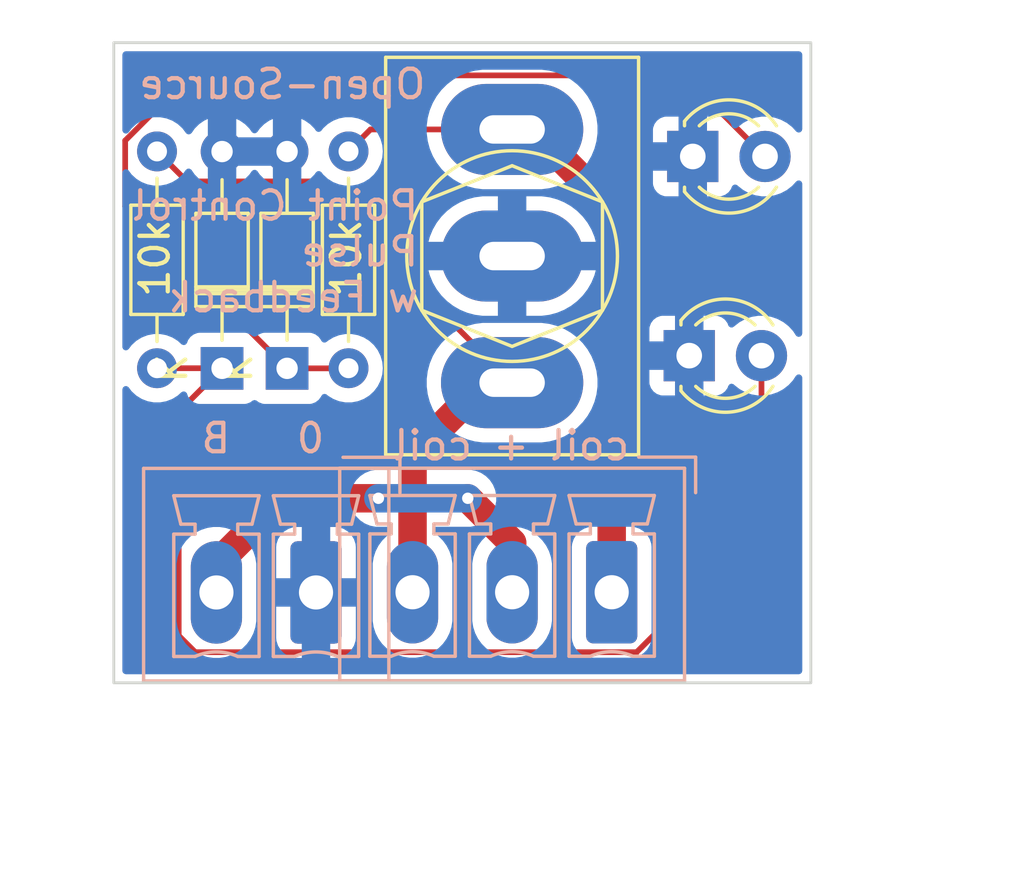
<source format=kicad_pcb>
(kicad_pcb (version 20240108) (generator "pcbnew") (generator_version "8.0")
  (layers (0 "F.Cu" signal) (31 "B.Cu" signal) (34 "B.Paste" user) (35 "F.Paste" user) (36 "B.SilkS" user "B.Silkscreen") (37 "F.SilkS" user "F.Silkscreen") (38 "B.Mask" user) (39 "F.Mask" user) (44 "Edge.Cuts" user))
  (net 0 "")
  (net 1 "GND")
  (net 2 "Net-(D1-K)")
  (net 3 "VCC")
  (net 4 "Net-(D6-A)")
  (net 5 "/coil L")
  (net 6 "/coil R")
  (footprint "Diode_THT:D_DO-34_SOD68_P7.62mm_Horizontal" (layer "F.Cu") (at 156.591 107.447 90)
    (property "Reference" "D8" (hide yes))
    (property "Value" "D")
    (fp_line (start 5.45 -0.92) (end 2.17 -0.92) (stroke (width 0.12)) (layer "F.SilkS"))
    (fp_line (start 2.866 -0.92) (end 2.866 0.92) (stroke (width 0.12)) (layer "F.SilkS"))
    (fp_line (start 2.746 -0.92) (end 2.746 0.92) (stroke (width 0.12)) (layer "F.SilkS"))
    (fp_line (start 2.626 -0.92) (end 2.626 0.92) (stroke (width 0.12)) (layer "F.SilkS"))
    (fp_line (start 2.17 -0.92) (end 2.17 0.92) (stroke (width 0.12)) (layer "F.SilkS"))
    (fp_line (start 6.63 0) (end 5.45 0) (stroke (width 0.12)) (layer "F.SilkS"))
    (fp_line (start 0.99 0) (end 2.17 0) (stroke (width 0.12)) (layer "F.SilkS"))
    (fp_line (start 5.45 0.92) (end 5.45 -0.92) (stroke (width 0.12)) (layer "F.SilkS"))
    (fp_line (start 2.17 0.92) (end 5.45 0.92) (stroke (width 0.12)) (layer "F.SilkS"))
    (fp_text user "K" (at 0 -1.75 -90) (layer "F.SilkS"))
    (pad "1" thru_hole rect (at 0 0 90) (size 1.5 1.5) (drill 0.75) (layers "*.Cu" "*.Mask") (net 4 "Net-(D6-A)"))
    (pad "2" thru_hole oval (at 7.62 0 90) (size 1.5 1.5) (drill 0.75) (layers "*.Cu" "*.Mask") (net 1 "GND"))
  )
  (footprint "Diode_THT:D_DO-34_SOD68_P7.62mm_Horizontal" (layer "F.Cu") (at 154.305 107.447 90)
    (property "Reference" "D1" (hide yes))
    (property "Value" "D")
    (fp_line (start 5.45 -0.92) (end 2.17 -0.92) (stroke (width 0.12)) (layer "F.SilkS"))
    (fp_line (start 2.866 -0.92) (end 2.866 0.92) (stroke (width 0.12)) (layer "F.SilkS"))
    (fp_line (start 2.746 -0.92) (end 2.746 0.92) (stroke (width 0.12)) (layer "F.SilkS"))
    (fp_line (start 2.626 -0.92) (end 2.626 0.92) (stroke (width 0.12)) (layer "F.SilkS"))
    (fp_line (start 2.17 -0.92) (end 2.17 0.92) (stroke (width 0.12)) (layer "F.SilkS"))
    (fp_line (start 6.63 0) (end 5.45 0) (stroke (width 0.12)) (layer "F.SilkS"))
    (fp_line (start 0.99 0) (end 2.17 0) (stroke (width 0.12)) (layer "F.SilkS"))
    (fp_line (start 5.45 0.92) (end 5.45 -0.92) (stroke (width 0.12)) (layer "F.SilkS"))
    (fp_line (start 2.17 0.92) (end 5.45 0.92) (stroke (width 0.12)) (layer "F.SilkS"))
    (fp_text user "K" (at 0 -1.75 -90) (layer "F.SilkS"))
    (pad "1" thru_hole rect (at 0 0 90) (size 1.5 1.5) (drill 0.75) (layers "*.Cu" "*.Mask") (net 2 "Net-(D1-K)"))
    (pad "2" thru_hole oval (at 7.62 0 90) (size 1.5 1.5) (drill 0.75) (layers "*.Cu" "*.Mask") (net 1 "GND"))
  )
  (footprint "LED_THT:LED_D3.0mm" (layer "F.Cu") (at 170.725 107)
    (property "Reference" "D3" (hide yes))
    (property "Value" "LED")
    (fp_line (start -0.29 -1.236) (end -0.29 -1.08) (stroke (width 0.12)) (layer "F.SilkS"))
    (fp_line (start -0.29 1.08) (end -0.29 1.236) (stroke (width 0.12)) (layer "F.SilkS"))
    (fp_arc (start -0.29 -1.235516) (mid 1.366487 -1.987659) (end 2.942335 -1.078608) (stroke (width 0.12)) (layer "F.SilkS"))
    (fp_arc (start 0.229039 -1.08) (mid 1.270117 -1.5) (end 2.31113 -1.079837) (stroke (width 0.12)) (layer "F.SilkS"))
    (fp_arc (start 2.31113 1.079837) (mid 1.270117 1.5) (end 0.229039 1.08) (stroke (width 0.12)) (layer "F.SilkS"))
    (fp_arc (start 2.942335 1.078608) (mid 1.366487 1.987659) (end -0.29 1.235516) (stroke (width 0.12)) (layer "F.SilkS"))
    (pad "1" thru_hole rect (at 0 0) (size 1.8 1.8) (drill 0.9) (layers "*.Cu" "*.Mask") (net 1 "GND"))
    (pad "2" thru_hole circle (at 2.54 0) (size 1.8 1.8) (drill 0.9) (layers "*.Cu" "*.Mask") (net 2 "Net-(D1-K)"))
  )
  (footprint "custom_kicad_lib_sk:SW_Toggle_Blue_wSlots" (layer "F.Cu") (at 164.5 103.5 90)
    (property "Reference" "SW1" (hide yes))
    (property "Value" "SW_SPDT")
    (fp_line (start 6.985 -4.445) (end 6.985 4.445) (stroke (width 0.12)) (layer "F.SilkS"))
    (fp_line (start -6.985 -4.445) (end 6.985 -4.445) (stroke (width 0.12)) (layer "F.SilkS"))
    (fp_line (start 1.905 -3.175) (end 3.175 0) (stroke (width 0.12)) (layer "F.SilkS"))
    (fp_line (start -1.905 -3.175) (end 1.905 -3.175) (stroke (width 0.12)) (layer "F.SilkS"))
    (fp_line (start 3.175 0) (end 1.905 3.175) (stroke (width 0.12)) (layer "F.SilkS"))
    (fp_line (start -3.175 0) (end -1.905 -3.175) (stroke (width 0.12)) (layer "F.SilkS"))
    (fp_line (start 1.905 3.175) (end -1.905 3.175) (stroke (width 0.12)) (layer "F.SilkS"))
    (fp_line (start -1.905 3.175) (end -3.175 0) (stroke (width 0.12)) (layer "F.SilkS"))
    (fp_line (start 6.985 4.445) (end -6.985 4.445) (stroke (width 0.12)) (layer "F.SilkS"))
    (fp_line (start -6.985 4.445) (end -6.985 -4.445) (stroke (width 0.12)) (layer "F.SilkS"))
    (fp_circle (center 0 0) (end 1.905 3.175) (stroke (width 0.12)) (fill none) (layer "F.SilkS"))
    (pad "1" thru_hole oval (at -4.45 0 90) (size 3.2 5) (drill oval 1 2.3) (layers "*.Cu" "*.Mask") (net 5 "/coil L"))
    (pad "2" thru_hole oval (at 0 0 90) (size 3.2 5) (drill oval 1 2.3) (layers "*.Cu" "*.Mask") (net 1 "GND"))
    (pad "3" thru_hole oval (at 4.45 0 90) (size 3.2 5) (drill oval 1 2.3) (layers "*.Cu" "*.Mask") (net 6 "/coil R"))
  )
  (footprint "LED_THT:LED_D3.0mm" (layer "F.Cu") (at 170.85 100)
    (property "Reference" "D6" (hide yes))
    (property "Value" "LED")
    (fp_line (start -0.29 -1.236) (end -0.29 -1.08) (stroke (width 0.12)) (layer "F.SilkS"))
    (fp_line (start -0.29 1.08) (end -0.29 1.236) (stroke (width 0.12)) (layer "F.SilkS"))
    (fp_arc (start -0.29 -1.235516) (mid 1.366487 -1.987659) (end 2.942335 -1.078608) (stroke (width 0.12)) (layer "F.SilkS"))
    (fp_arc (start 0.229039 -1.08) (mid 1.270117 -1.5) (end 2.31113 -1.079837) (stroke (width 0.12)) (layer "F.SilkS"))
    (fp_arc (start 2.31113 1.079837) (mid 1.270117 1.5) (end 0.229039 1.08) (stroke (width 0.12)) (layer "F.SilkS"))
    (fp_arc (start 2.942335 1.078608) (mid 1.366487 1.987659) (end -0.29 1.235516) (stroke (width 0.12)) (layer "F.SilkS"))
    (pad "1" thru_hole rect (at 0 0) (size 1.8 1.8) (drill 0.9) (layers "*.Cu" "*.Mask") (net 1 "GND"))
    (pad "2" thru_hole circle (at 2.54 0) (size 1.8 1.8) (drill 0.9) (layers "*.Cu" "*.Mask") (net 4 "Net-(D6-A)"))
  )
  (footprint "Resistor_THT:R_Axial_DIN0204_L3.6mm_D1.6mm_P7.62mm_Horizontal" (layer "F.Cu") (at 158.75 99.822 -90)
    (property "Reference" "R2" (hide yes))
    (property "Value" "10k")
    (fp_line (start 1.89 0.92) (end 5.73 0.92) (stroke (width 0.12)) (layer "F.SilkS"))
    (fp_line (start 5.73 0.92) (end 5.73 -0.92) (stroke (width 0.12)) (layer "F.SilkS"))
    (fp_line (start 0.94 0) (end 1.89 0) (stroke (width 0.12)) (layer "F.SilkS"))
    (fp_line (start 6.68 0) (end 5.73 0) (stroke (width 0.12)) (layer "F.SilkS"))
    (fp_line (start 1.89 -0.92) (end 1.89 0.92) (stroke (width 0.12)) (layer "F.SilkS"))
    (fp_line (start 5.73 -0.92) (end 1.89 -0.92) (stroke (width 0.12)) (layer "F.SilkS"))
    (pad "1" thru_hole circle (at 0 0 270) (size 1.4 1.4) (drill 0.7) (layers "*.Cu" "*.Mask") (net 6 "/coil R"))
    (pad "2" thru_hole oval (at 7.62 0 270) (size 1.4 1.4) (drill 0.7) (layers "*.Cu" "*.Mask") (net 4 "Net-(D6-A)"))
  )
  (footprint "Resistor_THT:R_Axial_DIN0204_L3.6mm_D1.6mm_P7.62mm_Horizontal" (layer "F.Cu") (at 152.019 99.822 -90)
    (property "Reference" "R1" (hide yes))
    (property "Value" "10k")
    (fp_line (start 1.89 0.92) (end 5.73 0.92) (stroke (width 0.12)) (layer "F.SilkS"))
    (fp_line (start 5.73 0.92) (end 5.73 -0.92) (stroke (width 0.12)) (layer "F.SilkS"))
    (fp_line (start 0.94 0) (end 1.89 0) (stroke (width 0.12)) (layer "F.SilkS"))
    (fp_line (start 6.68 0) (end 5.73 0) (stroke (width 0.12)) (layer "F.SilkS"))
    (fp_line (start 1.89 -0.92) (end 1.89 0.92) (stroke (width 0.12)) (layer "F.SilkS"))
    (fp_line (start 5.73 -0.92) (end 1.89 -0.92) (stroke (width 0.12)) (layer "F.SilkS"))
    (pad "1" thru_hole circle (at 0 0 270) (size 1.4 1.4) (drill 0.7) (layers "*.Cu" "*.Mask") (net 5 "/coil L"))
    (pad "2" thru_hole oval (at 7.62 0 270) (size 1.4 1.4) (drill 0.7) (layers "*.Cu" "*.Mask") (net 2 "Net-(D1-K)"))
  )
  (footprint "Connector_Phoenix_MC:PhoenixContact_MCV_1,5_2-G-3.5_1x02_P3.50mm_Vertical" (layer "B.Cu") (at 157.607 115.3235 180)
    (property "Reference" "J3" (hide yes))
    (property "Value" "Screw_Terminal_01x02")
    (fp_line (start 6.06 4.36) (end 6.06 -3.11) (stroke (width 0.12)) (layer "B.SilkS"))
    (fp_line (start 6.06 -3.11) (end -2.56 -3.11) (stroke (width 0.12)) (layer "B.SilkS"))
    (fp_line (start 5 3.4) (end 2 3.4) (stroke (width 0.12)) (layer "B.SilkS"))
    (fp_line (start 5 2.05) (end 4.25 2.05) (stroke (width 0.12)) (layer "B.SilkS"))
    (fp_line (start 5 -2.25) (end 5 2.05) (stroke (width 0.12)) (layer "B.SilkS"))
    (fp_line (start 4.75 2.4) (end 5 3.4) (stroke (width 0.12)) (layer "B.SilkS"))
    (fp_line (start 4.25 2.4) (end 4.75 2.4) (stroke (width 0.12)) (layer "B.SilkS"))
    (fp_line (start 4.25 2.05) (end 4.25 2.4) (stroke (width 0.12)) (layer "B.SilkS"))
    (fp_line (start 4.25 -2.25) (end 5 -2.25) (stroke (width 0.12)) (layer "B.SilkS"))
    (fp_line (start 2.75 2.4) (end 2.75 2.05) (stroke (width 0.12)) (layer "B.SilkS"))
    (fp_line (start 2.75 2.05) (end 2 2.05) (stroke (width 0.12)) (layer "B.SilkS"))
    (fp_line (start 2.25 2.4) (end 2.75 2.4) (stroke (width 0.12)) (layer "B.SilkS"))
    (fp_line (start 2 3.4) (end 2.25 2.4) (stroke (width 0.12)) (layer "B.SilkS"))
    (fp_line (start 2 2.05) (end 2 -2.25) (stroke (width 0.12)) (layer "B.SilkS"))
    (fp_line (start 2 -2.25) (end 2.75 -2.25) (stroke (width 0.12)) (layer "B.SilkS"))
    (fp_line (start 1.5 3.4) (end -1.5 3.4) (stroke (width 0.12)) (layer "B.SilkS"))
    (fp_line (start 1.5 2.05) (end 0.75 2.05) (stroke (width 0.12)) (layer "B.SilkS"))
    (fp_line (start 1.5 -2.25) (end 1.5 2.05) (stroke (width 0.12)) (layer "B.SilkS"))
    (fp_line (start 1.25 2.4) (end 1.5 3.4) (stroke (width 0.12)) (layer "B.SilkS"))
    (fp_line (start 0.75 2.4) (end 1.25 2.4) (stroke (width 0.12)) (layer "B.SilkS"))
    (fp_line (start 0.75 2.05) (end 0.75 2.4) (stroke (width 0.12)) (layer "B.SilkS"))
    (fp_line (start 0.75 -2.25) (end 1.5 -2.25) (stroke (width 0.12)) (layer "B.SilkS"))
    (fp_line (start -0.75 2.4) (end -0.75 2.05) (stroke (width 0.12)) (layer "B.SilkS"))
    (fp_line (start -0.75 2.05) (end -1.5 2.05) (stroke (width 0.12)) (layer "B.SilkS"))
    (fp_line (start -0.95 4.75) (end -2.95 4.75) (stroke (width 0.12)) (layer "B.SilkS"))
    (fp_line (start -1.25 2.4) (end -0.75 2.4) (stroke (width 0.12)) (layer "B.SilkS"))
    (fp_line (start -1.5 3.4) (end -1.25 2.4) (stroke (width 0.12)) (layer "B.SilkS"))
    (fp_line (start -1.5 2.05) (end -1.5 -2.25) (stroke (width 0.12)) (layer "B.SilkS"))
    (fp_line (start -1.5 -2.25) (end -0.75 -2.25) (stroke (width 0.12)) (layer "B.SilkS"))
    (fp_line (start -2.56 4.36) (end 6.06 4.36) (stroke (width 0.12)) (layer "B.SilkS"))
    (fp_line (start -2.56 -3.11) (end -2.56 4.36) (stroke (width 0.12)) (layer "B.SilkS"))
    (fp_line (start -2.95 4.75) (end -2.95 3.5) (stroke (width 0.12)) (layer "B.SilkS"))
    (fp_arc (start 4.249647 -2.249844) (mid 3.499807 -2.091909) (end 2.75 -2.25) (stroke (width 0.12)) (layer "B.SilkS"))
    (fp_arc (start 0.749647 -2.249844) (mid -0.000193 -2.091909) (end -0.75 -2.25) (stroke (width 0.12)) (layer "B.SilkS"))
    (pad "1" thru_hole roundrect (at 0 0 180) (size 1.8 3.6) (drill 1.2) (layers "*.Cu" "*.Mask") (roundrect_rratio 0.138889) (net 1 "GND"))
    (pad "2" thru_hole oval (at 3.5 0 180) (size 1.8 3.6) (drill 1.2) (layers "*.Cu" "*.Mask") (net 3 "VCC"))
  )
  (footprint "Connector_Phoenix_MC:PhoenixContact_MCV_1,5_3-G-3.5_1x03_P3.50mm_Vertical" (layer "B.Cu") (at 168 115.316 180)
    (property "Reference" "J2" (hide yes))
    (property "Value" "Screw_Terminal_01x03")
    (fp_line (start 9.56 4.36) (end 9.56 -3.11) (stroke (width 0.12)) (layer "B.SilkS"))
    (fp_line (start 9.56 -3.11) (end -2.56 -3.11) (stroke (width 0.12)) (layer "B.SilkS"))
    (fp_line (start 8.5 3.4) (end 5.5 3.4) (stroke (width 0.12)) (layer "B.SilkS"))
    (fp_line (start 8.5 2.05) (end 7.75 2.05) (stroke (width 0.12)) (layer "B.SilkS"))
    (fp_line (start 8.5 -2.25) (end 8.5 2.05) (stroke (width 0.12)) (layer "B.SilkS"))
    (fp_line (start 8.25 2.4) (end 8.5 3.4) (stroke (width 0.12)) (layer "B.SilkS"))
    (fp_line (start 7.75 2.4) (end 8.25 2.4) (stroke (width 0.12)) (layer "B.SilkS"))
    (fp_line (start 7.75 2.05) (end 7.75 2.4) (stroke (width 0.12)) (layer "B.SilkS"))
    (fp_line (start 7.75 -2.25) (end 8.5 -2.25) (stroke (width 0.12)) (layer "B.SilkS"))
    (fp_line (start 6.25 2.4) (end 6.25 2.05) (stroke (width 0.12)) (layer "B.SilkS"))
    (fp_line (start 6.25 2.05) (end 5.5 2.05) (stroke (width 0.12)) (layer "B.SilkS"))
    (fp_line (start 5.75 2.4) (end 6.25 2.4) (stroke (width 0.12)) (layer "B.SilkS"))
    (fp_line (start 5.5 3.4) (end 5.75 2.4) (stroke (width 0.12)) (layer "B.SilkS"))
    (fp_line (start 5.5 2.05) (end 5.5 -2.25) (stroke (width 0.12)) (layer "B.SilkS"))
    (fp_line (start 5.5 -2.25) (end 6.25 -2.25) (stroke (width 0.12)) (layer "B.SilkS"))
    (fp_line (start 5 3.4) (end 2 3.4) (stroke (width 0.12)) (layer "B.SilkS"))
    (fp_line (start 5 2.05) (end 4.25 2.05) (stroke (width 0.12)) (layer "B.SilkS"))
    (fp_line (start 5 -2.25) (end 5 2.05) (stroke (width 0.12)) (layer "B.SilkS"))
    (fp_line (start 4.75 2.4) (end 5 3.4) (stroke (width 0.12)) (layer "B.SilkS"))
    (fp_line (start 4.25 2.4) (end 4.75 2.4) (stroke (width 0.12)) (layer "B.SilkS"))
    (fp_line (start 4.25 2.05) (end 4.25 2.4) (stroke (width 0.12)) (layer "B.SilkS"))
    (fp_line (start 4.25 -2.25) (end 5 -2.25) (stroke (width 0.12)) (layer "B.SilkS"))
    (fp_line (start 2.75 2.4) (end 2.75 2.05) (stroke (width 0.12)) (layer "B.SilkS"))
    (fp_line (start 2.75 2.05) (end 2 2.05) (stroke (width 0.12)) (layer "B.SilkS"))
    (fp_line (start 2.25 2.4) (end 2.75 2.4) (stroke (width 0.12)) (layer "B.SilkS"))
    (fp_line (start 2 3.4) (end 2.25 2.4) (stroke (width 0.12)) (layer "B.SilkS"))
    (fp_line (start 2 2.05) (end 2 -2.25) (stroke (width 0.12)) (layer "B.SilkS"))
    (fp_line (start 2 -2.25) (end 2.75 -2.25) (stroke (width 0.12)) (layer "B.SilkS"))
    (fp_line (start 1.5 3.4) (end -1.5 3.4) (stroke (width 0.12)) (layer "B.SilkS"))
    (fp_line (start 1.5 2.05) (end 0.75 2.05) (stroke (width 0.12)) (layer "B.SilkS"))
    (fp_line (start 1.5 -2.25) (end 1.5 2.05) (stroke (width 0.12)) (layer "B.SilkS"))
    (fp_line (start 1.25 2.4) (end 1.5 3.4) (stroke (width 0.12)) (layer "B.SilkS"))
    (fp_line (start 0.75 2.4) (end 1.25 2.4) (stroke (width 0.12)) (layer "B.SilkS"))
    (fp_line (start 0.75 2.05) (end 0.75 2.4) (stroke (width 0.12)) (layer "B.SilkS"))
    (fp_line (start 0.75 -2.25) (end 1.5 -2.25) (stroke (width 0.12)) (layer "B.SilkS"))
    (fp_line (start -0.75 2.4) (end -0.75 2.05) (stroke (width 0.12)) (layer "B.SilkS"))
    (fp_line (start -0.75 2.05) (end -1.5 2.05) (stroke (width 0.12)) (layer "B.SilkS"))
    (fp_line (start -0.95 4.75) (end -2.95 4.75) (stroke (width 0.12)) (layer "B.SilkS"))
    (fp_line (start -1.25 2.4) (end -0.75 2.4) (stroke (width 0.12)) (layer "B.SilkS"))
    (fp_line (start -1.5 3.4) (end -1.25 2.4) (stroke (width 0.12)) (layer "B.SilkS"))
    (fp_line (start -1.5 2.05) (end -1.5 -2.25) (stroke (width 0.12)) (layer "B.SilkS"))
    (fp_line (start -1.5 -2.25) (end -0.75 -2.25) (stroke (width 0.12)) (layer "B.SilkS"))
    (fp_line (start -2.56 4.36) (end 9.56 4.36) (stroke (width 0.12)) (layer "B.SilkS"))
    (fp_line (start -2.56 -3.11) (end -2.56 4.36) (stroke (width 0.12)) (layer "B.SilkS"))
    (fp_line (start -2.95 4.75) (end -2.95 3.5) (stroke (width 0.12)) (layer "B.SilkS"))
    (fp_arc (start 7.749647 -2.249844) (mid 6.999807 -2.091909) (end 6.25 -2.25) (stroke (width 0.12)) (layer "B.SilkS"))
    (fp_arc (start 4.249647 -2.249844) (mid 3.499807 -2.091909) (end 2.75 -2.25) (stroke (width 0.12)) (layer "B.SilkS"))
    (fp_arc (start 0.749647 -2.249844) (mid -0.000193 -2.091909) (end -0.75 -2.25) (stroke (width 0.12)) (layer "B.SilkS"))
    (pad "1" thru_hole roundrect (at 0 0 180) (size 1.8 3.6) (drill 1.2) (layers "*.Cu" "*.Mask") (roundrect_rratio 0.138889) (net 6 "/coil R"))
    (pad "2" thru_hole oval (at 3.5 0 180) (size 1.8 3.6) (drill 1.2) (layers "*.Cu" "*.Mask") (net 3 "VCC"))
    (pad "3" thru_hole oval (at 7 0 180) (size 1.8 3.6) (drill 1.2) (layers "*.Cu" "*.Mask") (net 5 "/coil L"))
  )
  (gr_rect (start 150.5 96) (end 175 118.5) (stroke (width 0.1)) (fill none) (layer "Edge.Cuts"))
  (gr_text "coil + coil" (at 164.465 110.744 0) (layer "B.SilkS") (effects (font (size 1 1)) (justify bottom mirror)))
  (gr_text "0" (at 157.988 110.49 0) (layer "B.SilkS") (effects (font (size 1 1)) (justify left bottom mirror)))
  (gr_text "Point Control\nPulse\nw Feedback" (at 161.29 105.537 0) (layer "B.SilkS") (effects (font (size 1 1)) (justify left bottom mirror)))
  (gr_text "Open-Source\n" (at 161.544 98.044 0) (layer "B.SilkS") (effects (font (size 1 1)) (justify left bottom mirror)))
  (gr_text "B" (at 154.686 110.49 0) (layer "B.SilkS") (effects (font (size 1 1)) (justify left bottom mirror)))
  (gr_text "10k" (at 159.258 105.029 90) (layer "F.SilkS") (effects (font (size 1 1)) (justify left bottom)))
  (gr_text "10k" (at 152.527 105.029 90) (layer "F.SilkS") (effects (font (size 1 1)) (justify left bottom)))
  (segment (start 152.781 108.971) (end 154.305 107.447) (width 0.2) (layer "F.Cu") (net 2))
  (segment (start 152.019 107.442) (end 154.3 107.442) (width 0.2) (layer "F.Cu") (net 2))
  (segment (start 168.877244 117.4235) (end 153.3645 117.4235) (width 0.2) (layer "F.Cu") (net 2))
  (segment (start 153.3645 117.4235) (end 152.781 116.84) (width 0.2) (layer "F.Cu") (net 2))
  (segment (start 173.265 107) (end 173.265 113.035744) (width 0.2) (layer "F.Cu") (net 2))
  (segment (start 173.265 113.035744) (end 168.877244 117.4235) (width 0.2) (layer "F.Cu") (net 2))
  (segment (start 152.781 116.84) (end 152.781 108.971) (width 0.2) (layer "F.Cu") (net 2))
  (segment (start 154.3 107.442) (end 154.305 107.447) (width 0.2) (layer "F.Cu") (net 2))
  (segment (start 154.107 115.3235) (end 154.107 114.3235) (width 1) (layer "F.Cu") (net 3))
  (segment (start 164.5 113.573) (end 162.941 112.014) (width 1) (layer "F.Cu") (net 3))
  (segment (start 154.107 114.3235) (end 156.4165 112.014) (width 1) (layer "F.Cu") (net 3))
  (segment (start 156.4165 112.014) (end 159.8 112.014) (width 1) (layer "F.Cu") (net 3))
  (segment (start 164.5 115.316) (end 164.5 113.573) (width 1) (layer "F.Cu") (net 3))
  (via (at 159.8 112.014) (size 0.8) (drill 0.4) (layers "F.Cu" "B.Cu") (net 3))
  (via (at 162.941 112.014) (size 0.8) (drill 0.4) (layers "F.Cu" "B.Cu") (net 3))
  (segment (start 159.8 112.014) (end 162.941 112.014) (width 1) (layer "B.Cu") (net 3))
  (segment (start 158.745 107.447) (end 158.75 107.442) (width 0.2) (layer "F.Cu") (net 4))
  (segment (start 173.39 100) (end 170.54 97.15) (width 0.2) (layer "F.Cu") (net 4))
  (segment (start 150.9 99.441) (end 150.9 101.756) (width 0.2) (layer "F.Cu") (net 4))
  (segment (start 153.191 97.15) (end 150.9 99.441) (width 0.2) (layer "F.Cu") (net 4))
  (segment (start 170.54 97.15) (end 153.191 97.15) (width 0.2) (layer "F.Cu") (net 4))
  (segment (start 156.591 107.447) (end 158.745 107.447) (width 0.2) (layer "F.Cu") (net 4))
  (segment (start 150.9 101.756) (end 156.591 107.447) (width 0.2) (layer "F.Cu") (net 4))
  (segment (start 157.427 100.877) (end 164.5 107.95) (width 0.2) (layer "F.Cu") (net 5))
  (segment (start 161 115.316) (end 161 110.5) (width 1) (layer "F.Cu") (net 5))
  (segment (start 161 110.5) (end 163.55 107.95) (width 1) (layer "F.Cu") (net 5))
  (segment (start 163.55 107.95) (end 164.5 107.95) (width 1) (layer "F.Cu") (net 5))
  (segment (start 153.074 100.877) (end 157.427 100.877) (width 0.2) (layer "F.Cu") (net 5))
  (segment (start 152.019 99.822) (end 153.074 100.877) (width 0.2) (layer "F.Cu") (net 5))
  (segment (start 168.148 111) (end 168 111.148) (width 1) (layer "F.Cu") (net 6))
  (segment (start 168 111.148) (end 168 115.316) (width 1) (layer "F.Cu") (net 6))
  (segment (start 168.148 111) (end 168.148 111.379) (width 1) (layer "F.Cu") (net 6))
  (segment (start 159.522 99.05) (end 158.75 99.822) (width 0.2) (layer "F.Cu") (net 6))
  (segment (start 164.5 99.05) (end 159.522 99.05) (width 0.2) (layer "F.Cu") (net 6))
  (segment (start 168.148 101.981) (end 168.148 111) (width 1) (layer "F.Cu") (net 6))
  (segment (start 165.217 99.05) (end 168.148 101.981) (width 1) (layer "F.Cu") (net 6))
  (segment (start 164.5 99.05) (end 165.217 99.05) (width 1) (layer "F.Cu") (net 6))
  (zone (net 1) (net_name "GND") (layer "B.Cu") (connect_pads (clearance 0.5)) (min_thickness 0.25) (fill yes (thermal_gap 0.5) (thermal_bridge_width 1))
    (polygon (pts (xy 182.5 95.5) (xy 182.5 122) (xy 146.5 122) (xy 147 94.5)))
  )
)
</source>
